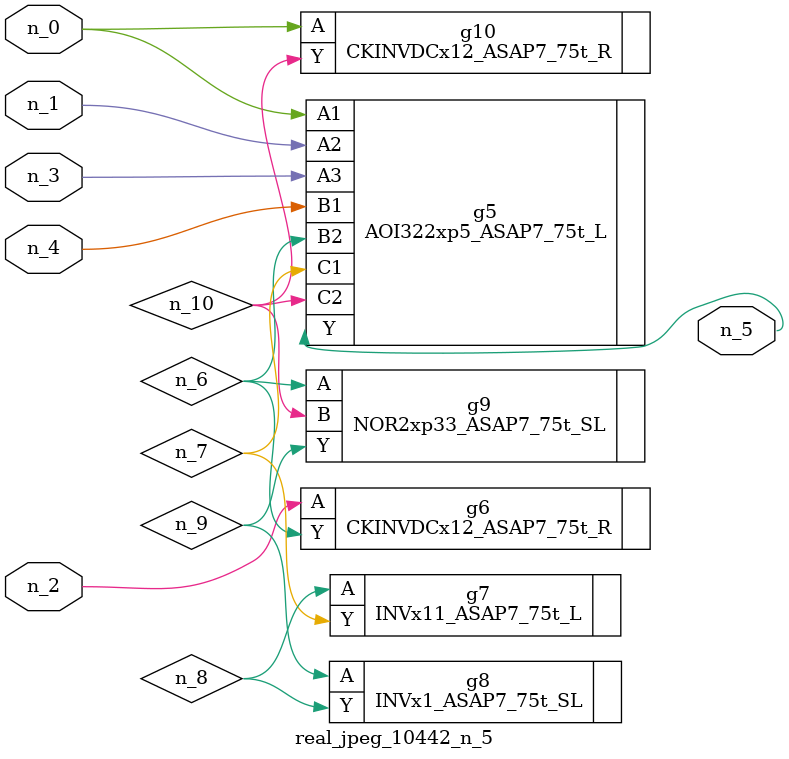
<source format=v>
module real_jpeg_10442_n_5 (n_4, n_0, n_1, n_2, n_3, n_5);

input n_4;
input n_0;
input n_1;
input n_2;
input n_3;

output n_5;

wire n_8;
wire n_6;
wire n_7;
wire n_10;
wire n_9;

AOI322xp5_ASAP7_75t_L g5 ( 
.A1(n_0),
.A2(n_1),
.A3(n_3),
.B1(n_4),
.B2(n_6),
.C1(n_7),
.C2(n_10),
.Y(n_5)
);

CKINVDCx12_ASAP7_75t_R g10 ( 
.A(n_0),
.Y(n_10)
);

CKINVDCx12_ASAP7_75t_R g6 ( 
.A(n_2),
.Y(n_6)
);

NOR2xp33_ASAP7_75t_SL g9 ( 
.A(n_6),
.B(n_10),
.Y(n_9)
);

INVx11_ASAP7_75t_L g7 ( 
.A(n_8),
.Y(n_7)
);

INVx1_ASAP7_75t_SL g8 ( 
.A(n_9),
.Y(n_8)
);


endmodule
</source>
